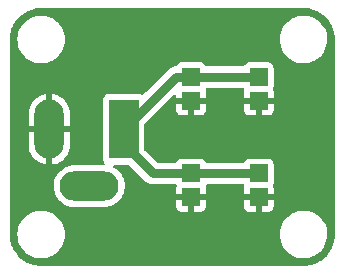
<source format=gbr>
%TF.GenerationSoftware,KiCad,Pcbnew,(6.0.8)*%
%TF.CreationDate,2023-01-19T16:22:02+02:00*%
%TF.ProjectId,dc_ph2_converter,64635f70-6832-45f6-936f-6e7665727465,rev?*%
%TF.SameCoordinates,Original*%
%TF.FileFunction,Copper,L2,Bot*%
%TF.FilePolarity,Positive*%
%FSLAX46Y46*%
G04 Gerber Fmt 4.6, Leading zero omitted, Abs format (unit mm)*
G04 Created by KiCad (PCBNEW (6.0.8)) date 2023-01-19 16:22:02*
%MOMM*%
%LPD*%
G01*
G04 APERTURE LIST*
%TA.AperFunction,ComponentPad*%
%ADD10R,1.500000X1.500000*%
%TD*%
%TA.AperFunction,ComponentPad*%
%ADD11R,2.500000X5.000000*%
%TD*%
%TA.AperFunction,ComponentPad*%
%ADD12O,2.500000X5.000000*%
%TD*%
%TA.AperFunction,ComponentPad*%
%ADD13O,5.000000X2.500000*%
%TD*%
%TA.AperFunction,Conductor*%
%ADD14C,0.800000*%
%TD*%
%TA.AperFunction,Conductor*%
%ADD15C,0.250000*%
%TD*%
G04 APERTURE END LIST*
D10*
%TO.P,J5,1,Pin_1*%
%TO.N,Net-(J1-Pad1)*%
X104775000Y-63500000D03*
%TO.P,J5,2,Pin_2*%
%TO.N,GND*%
X104775000Y-65500000D03*
%TD*%
%TO.P,J4,1,Pin_1*%
%TO.N,Net-(J1-Pad1)*%
X104775000Y-71660000D03*
%TO.P,J4,2,Pin_2*%
%TO.N,GND*%
X104775000Y-73660000D03*
%TD*%
%TO.P,J3,1,Pin_1*%
%TO.N,Net-(J1-Pad1)*%
X110490000Y-71660000D03*
%TO.P,J3,2,Pin_2*%
%TO.N,GND*%
X110490000Y-73660000D03*
%TD*%
%TO.P,J2,1,Pin_1*%
%TO.N,Net-(J1-Pad1)*%
X110490000Y-63500000D03*
%TO.P,J2,2,Pin_2*%
%TO.N,GND*%
X110490000Y-65500000D03*
%TD*%
D11*
%TO.P,J1,1*%
%TO.N,Net-(J1-Pad1)*%
X99060000Y-67930000D03*
D12*
%TO.P,J1,2*%
%TO.N,GND*%
X92760000Y-67930000D03*
D13*
%TO.P,J1,3*%
%TO.N,N/C*%
X96160000Y-72730000D03*
%TD*%
D14*
%TO.N,Net-(J1-Pad1)*%
X101600000Y-65405000D02*
X103505000Y-63500000D01*
D15*
X101585000Y-65405000D02*
X101600000Y-65405000D01*
D14*
X103505000Y-63500000D02*
X104775000Y-63500000D01*
X99060000Y-67930000D02*
X101585000Y-65405000D01*
X104775000Y-63500000D02*
X110490000Y-63500000D01*
X104775000Y-71660000D02*
X110490000Y-71660000D01*
X99060000Y-69215000D02*
X101505000Y-71660000D01*
X101505000Y-71660000D02*
X104775000Y-71660000D01*
D15*
X99060000Y-67930000D02*
X99060000Y-69215000D01*
%TD*%
%TA.AperFunction,Conductor*%
%TO.N,GND*%
G36*
X114270018Y-57660000D02*
G01*
X114284851Y-57662310D01*
X114284855Y-57662310D01*
X114293724Y-57663691D01*
X114302626Y-57662527D01*
X114302628Y-57662527D01*
X114306936Y-57661963D01*
X114311720Y-57661338D01*
X114335117Y-57660472D01*
X114591492Y-57674869D01*
X114605524Y-57676450D01*
X114745953Y-57700311D01*
X114886376Y-57724170D01*
X114900151Y-57727314D01*
X115173891Y-57806177D01*
X115187228Y-57810844D01*
X115450418Y-57919861D01*
X115463148Y-57925992D01*
X115712468Y-58063786D01*
X115724432Y-58071303D01*
X115956762Y-58236149D01*
X115967810Y-58244959D01*
X116180224Y-58434785D01*
X116190215Y-58444776D01*
X116380041Y-58657190D01*
X116388850Y-58668236D01*
X116401955Y-58686706D01*
X116553697Y-58900568D01*
X116561214Y-58912532D01*
X116699008Y-59161852D01*
X116705139Y-59174582D01*
X116814156Y-59437772D01*
X116818823Y-59451109D01*
X116897686Y-59724849D01*
X116900830Y-59738624D01*
X116948549Y-60019471D01*
X116950131Y-60033513D01*
X116964118Y-60282593D01*
X116962817Y-60309036D01*
X116962690Y-60309849D01*
X116962690Y-60309855D01*
X116961309Y-60318724D01*
X116962473Y-60327626D01*
X116962473Y-60327628D01*
X116965436Y-60350283D01*
X116966500Y-60366621D01*
X116966500Y-76785633D01*
X116965000Y-76805018D01*
X116962690Y-76819851D01*
X116962690Y-76819855D01*
X116961309Y-76828724D01*
X116963136Y-76842692D01*
X116963662Y-76846716D01*
X116964528Y-76870117D01*
X116952331Y-77087320D01*
X116950131Y-77126488D01*
X116948550Y-77140524D01*
X116946951Y-77149933D01*
X116900830Y-77421376D01*
X116897686Y-77435151D01*
X116818823Y-77708891D01*
X116814156Y-77722228D01*
X116705139Y-77985418D01*
X116699008Y-77998148D01*
X116561214Y-78247468D01*
X116553697Y-78259432D01*
X116388851Y-78491762D01*
X116380042Y-78502808D01*
X116259012Y-78638241D01*
X116190215Y-78715224D01*
X116180224Y-78725215D01*
X115967810Y-78915041D01*
X115956762Y-78923851D01*
X115724432Y-79088697D01*
X115712468Y-79096214D01*
X115463148Y-79234008D01*
X115450418Y-79240139D01*
X115187228Y-79349156D01*
X115173891Y-79353823D01*
X114900151Y-79432686D01*
X114886376Y-79435830D01*
X114745953Y-79459689D01*
X114605524Y-79483550D01*
X114591490Y-79485131D01*
X114522407Y-79489010D01*
X114342407Y-79499118D01*
X114315964Y-79497817D01*
X114315151Y-79497690D01*
X114315145Y-79497690D01*
X114306276Y-79496309D01*
X114297374Y-79497473D01*
X114297372Y-79497473D01*
X114282323Y-79499441D01*
X114274714Y-79500436D01*
X114258379Y-79501500D01*
X92124367Y-79501500D01*
X92104982Y-79500000D01*
X92090149Y-79497690D01*
X92090145Y-79497690D01*
X92081276Y-79496309D01*
X92072374Y-79497473D01*
X92072372Y-79497473D01*
X92068064Y-79498037D01*
X92063280Y-79498662D01*
X92039883Y-79499528D01*
X91783508Y-79485131D01*
X91769476Y-79483550D01*
X91629047Y-79459689D01*
X91488624Y-79435830D01*
X91474849Y-79432686D01*
X91201109Y-79353823D01*
X91187772Y-79349156D01*
X90924582Y-79240139D01*
X90911852Y-79234008D01*
X90662532Y-79096214D01*
X90650568Y-79088697D01*
X90418238Y-78923851D01*
X90407190Y-78915041D01*
X90194776Y-78725215D01*
X90184785Y-78715224D01*
X90115988Y-78638241D01*
X89994958Y-78502808D01*
X89986149Y-78491762D01*
X89821303Y-78259432D01*
X89813786Y-78247468D01*
X89675992Y-77998148D01*
X89669861Y-77985418D01*
X89560844Y-77722228D01*
X89556177Y-77708891D01*
X89477314Y-77435151D01*
X89474170Y-77421376D01*
X89428049Y-77149933D01*
X89426450Y-77140524D01*
X89424869Y-77126488D01*
X89423104Y-77095045D01*
X89411089Y-76881100D01*
X89412411Y-76857208D01*
X89412334Y-76857201D01*
X89412537Y-76854937D01*
X89412637Y-76853131D01*
X89412770Y-76852342D01*
X89413576Y-76847552D01*
X89413729Y-76835000D01*
X89410710Y-76813918D01*
X90061917Y-76813918D01*
X90062334Y-76821156D01*
X90077682Y-77087320D01*
X90130405Y-77356053D01*
X90131792Y-77360103D01*
X90131793Y-77360108D01*
X90217723Y-77611088D01*
X90219112Y-77615144D01*
X90342160Y-77859799D01*
X90344586Y-77863328D01*
X90344589Y-77863334D01*
X90428496Y-77985418D01*
X90497274Y-78085490D01*
X90681582Y-78288043D01*
X90891675Y-78463707D01*
X90895316Y-78465991D01*
X91120024Y-78606951D01*
X91120028Y-78606953D01*
X91123664Y-78609234D01*
X91191544Y-78639883D01*
X91369345Y-78720164D01*
X91369349Y-78720166D01*
X91373257Y-78721930D01*
X91377377Y-78723150D01*
X91377376Y-78723150D01*
X91631723Y-78798491D01*
X91631727Y-78798492D01*
X91635836Y-78799709D01*
X91640070Y-78800357D01*
X91640075Y-78800358D01*
X91902298Y-78840483D01*
X91902300Y-78840483D01*
X91906540Y-78841132D01*
X92045912Y-78843322D01*
X92176071Y-78845367D01*
X92176077Y-78845367D01*
X92180362Y-78845434D01*
X92452235Y-78812534D01*
X92717127Y-78743041D01*
X92721087Y-78741401D01*
X92721092Y-78741399D01*
X92843631Y-78690641D01*
X92970136Y-78638241D01*
X93206582Y-78500073D01*
X93422089Y-78331094D01*
X93463809Y-78288043D01*
X93609686Y-78137509D01*
X93612669Y-78134431D01*
X93615202Y-78130983D01*
X93615206Y-78130978D01*
X93772257Y-77917178D01*
X93774795Y-77913723D01*
X93802154Y-77863334D01*
X93903418Y-77676830D01*
X93903419Y-77676828D01*
X93905468Y-77673054D01*
X94002269Y-77416877D01*
X94063407Y-77149933D01*
X94064247Y-77140529D01*
X94087531Y-76879627D01*
X94087531Y-76879625D01*
X94087751Y-76877161D01*
X94088193Y-76835000D01*
X94086756Y-76813918D01*
X112286917Y-76813918D01*
X112287334Y-76821156D01*
X112302682Y-77087320D01*
X112355405Y-77356053D01*
X112356792Y-77360103D01*
X112356793Y-77360108D01*
X112442723Y-77611088D01*
X112444112Y-77615144D01*
X112567160Y-77859799D01*
X112569586Y-77863328D01*
X112569589Y-77863334D01*
X112653496Y-77985418D01*
X112722274Y-78085490D01*
X112906582Y-78288043D01*
X113116675Y-78463707D01*
X113120316Y-78465991D01*
X113345024Y-78606951D01*
X113345028Y-78606953D01*
X113348664Y-78609234D01*
X113416544Y-78639883D01*
X113594345Y-78720164D01*
X113594349Y-78720166D01*
X113598257Y-78721930D01*
X113602377Y-78723150D01*
X113602376Y-78723150D01*
X113856723Y-78798491D01*
X113856727Y-78798492D01*
X113860836Y-78799709D01*
X113865070Y-78800357D01*
X113865075Y-78800358D01*
X114127298Y-78840483D01*
X114127300Y-78840483D01*
X114131540Y-78841132D01*
X114270912Y-78843322D01*
X114401071Y-78845367D01*
X114401077Y-78845367D01*
X114405362Y-78845434D01*
X114677235Y-78812534D01*
X114942127Y-78743041D01*
X114946087Y-78741401D01*
X114946092Y-78741399D01*
X115068631Y-78690641D01*
X115195136Y-78638241D01*
X115431582Y-78500073D01*
X115647089Y-78331094D01*
X115688809Y-78288043D01*
X115834686Y-78137509D01*
X115837669Y-78134431D01*
X115840202Y-78130983D01*
X115840206Y-78130978D01*
X115997257Y-77917178D01*
X115999795Y-77913723D01*
X116027154Y-77863334D01*
X116128418Y-77676830D01*
X116128419Y-77676828D01*
X116130468Y-77673054D01*
X116227269Y-77416877D01*
X116288407Y-77149933D01*
X116289247Y-77140529D01*
X116312531Y-76879627D01*
X116312531Y-76879625D01*
X116312751Y-76877161D01*
X116313193Y-76835000D01*
X116311756Y-76813918D01*
X116294859Y-76566055D01*
X116294858Y-76566049D01*
X116294567Y-76561778D01*
X116239032Y-76293612D01*
X116147617Y-76035465D01*
X116022013Y-75792112D01*
X116012040Y-75777921D01*
X115867008Y-75571562D01*
X115864545Y-75568057D01*
X115678125Y-75367445D01*
X115674810Y-75364731D01*
X115674806Y-75364728D01*
X115469523Y-75196706D01*
X115466205Y-75193990D01*
X115232704Y-75050901D01*
X115228768Y-75049173D01*
X114985873Y-74942549D01*
X114985869Y-74942548D01*
X114981945Y-74940825D01*
X114718566Y-74865800D01*
X114714324Y-74865196D01*
X114714318Y-74865195D01*
X114513834Y-74836662D01*
X114447443Y-74827213D01*
X114303589Y-74826460D01*
X114177877Y-74825802D01*
X114177871Y-74825802D01*
X114173591Y-74825780D01*
X114169347Y-74826339D01*
X114169343Y-74826339D01*
X114050302Y-74842011D01*
X113902078Y-74861525D01*
X113897938Y-74862658D01*
X113897936Y-74862658D01*
X113825008Y-74882609D01*
X113637928Y-74933788D01*
X113633980Y-74935472D01*
X113389982Y-75039546D01*
X113389978Y-75039548D01*
X113386030Y-75041232D01*
X113366125Y-75053145D01*
X113154725Y-75179664D01*
X113154721Y-75179667D01*
X113151043Y-75181868D01*
X112937318Y-75353094D01*
X112748808Y-75551742D01*
X112589002Y-75774136D01*
X112460857Y-76016161D01*
X112459385Y-76020184D01*
X112459383Y-76020188D01*
X112452314Y-76039506D01*
X112366743Y-76273337D01*
X112308404Y-76540907D01*
X112308068Y-76545177D01*
X112288376Y-76795386D01*
X112286917Y-76813918D01*
X94086756Y-76813918D01*
X94069859Y-76566055D01*
X94069858Y-76566049D01*
X94069567Y-76561778D01*
X94014032Y-76293612D01*
X93922617Y-76035465D01*
X93797013Y-75792112D01*
X93787040Y-75777921D01*
X93642008Y-75571562D01*
X93639545Y-75568057D01*
X93453125Y-75367445D01*
X93449810Y-75364731D01*
X93449806Y-75364728D01*
X93244523Y-75196706D01*
X93241205Y-75193990D01*
X93007704Y-75050901D01*
X93003768Y-75049173D01*
X92760873Y-74942549D01*
X92760869Y-74942548D01*
X92756945Y-74940825D01*
X92493566Y-74865800D01*
X92489324Y-74865196D01*
X92489318Y-74865195D01*
X92288834Y-74836662D01*
X92222443Y-74827213D01*
X92078589Y-74826460D01*
X91952877Y-74825802D01*
X91952871Y-74825802D01*
X91948591Y-74825780D01*
X91944347Y-74826339D01*
X91944343Y-74826339D01*
X91825302Y-74842011D01*
X91677078Y-74861525D01*
X91672938Y-74862658D01*
X91672936Y-74862658D01*
X91600008Y-74882609D01*
X91412928Y-74933788D01*
X91408980Y-74935472D01*
X91164982Y-75039546D01*
X91164978Y-75039548D01*
X91161030Y-75041232D01*
X91141125Y-75053145D01*
X90929725Y-75179664D01*
X90929721Y-75179667D01*
X90926043Y-75181868D01*
X90712318Y-75353094D01*
X90523808Y-75551742D01*
X90364002Y-75774136D01*
X90235857Y-76016161D01*
X90234385Y-76020184D01*
X90234383Y-76020188D01*
X90227314Y-76039506D01*
X90141743Y-76273337D01*
X90083404Y-76540907D01*
X90083068Y-76545177D01*
X90063376Y-76795386D01*
X90061917Y-76813918D01*
X89410710Y-76813918D01*
X89409773Y-76807376D01*
X89408500Y-76789514D01*
X89408500Y-72837655D01*
X93149858Y-72837655D01*
X93185104Y-73096638D01*
X93186412Y-73101124D01*
X93186412Y-73101126D01*
X93206098Y-73168664D01*
X93258243Y-73347567D01*
X93367668Y-73584928D01*
X93370231Y-73588837D01*
X93508410Y-73799596D01*
X93508414Y-73799601D01*
X93510976Y-73803509D01*
X93685018Y-73998506D01*
X93885970Y-74165637D01*
X93889973Y-74168066D01*
X94105422Y-74298804D01*
X94105426Y-74298806D01*
X94109419Y-74301229D01*
X94350455Y-74402303D01*
X94603783Y-74466641D01*
X94608434Y-74467109D01*
X94608438Y-74467110D01*
X94801308Y-74486531D01*
X94820867Y-74488500D01*
X97476354Y-74488500D01*
X97478679Y-74488327D01*
X97478685Y-74488327D01*
X97666000Y-74474407D01*
X97666004Y-74474406D01*
X97670652Y-74474061D01*
X97675200Y-74473032D01*
X97675206Y-74473031D01*
X97756352Y-74454669D01*
X103517001Y-74454669D01*
X103517371Y-74461490D01*
X103522895Y-74512352D01*
X103526521Y-74527604D01*
X103571676Y-74648054D01*
X103580214Y-74663649D01*
X103656715Y-74765724D01*
X103669276Y-74778285D01*
X103771351Y-74854786D01*
X103786946Y-74863324D01*
X103907394Y-74908478D01*
X103922649Y-74912105D01*
X103973514Y-74917631D01*
X103980328Y-74918000D01*
X104502885Y-74918000D01*
X104518124Y-74913525D01*
X104519329Y-74912135D01*
X104521000Y-74904452D01*
X104521000Y-74899884D01*
X105029000Y-74899884D01*
X105033475Y-74915123D01*
X105034865Y-74916328D01*
X105042548Y-74917999D01*
X105569669Y-74917999D01*
X105576490Y-74917629D01*
X105627352Y-74912105D01*
X105642604Y-74908479D01*
X105763054Y-74863324D01*
X105778649Y-74854786D01*
X105880724Y-74778285D01*
X105893285Y-74765724D01*
X105969786Y-74663649D01*
X105978324Y-74648054D01*
X106023478Y-74527606D01*
X106027105Y-74512351D01*
X106032631Y-74461486D01*
X106033000Y-74454672D01*
X106033000Y-74454669D01*
X109232001Y-74454669D01*
X109232371Y-74461490D01*
X109237895Y-74512352D01*
X109241521Y-74527604D01*
X109286676Y-74648054D01*
X109295214Y-74663649D01*
X109371715Y-74765724D01*
X109384276Y-74778285D01*
X109486351Y-74854786D01*
X109501946Y-74863324D01*
X109622394Y-74908478D01*
X109637649Y-74912105D01*
X109688514Y-74917631D01*
X109695328Y-74918000D01*
X110217885Y-74918000D01*
X110233124Y-74913525D01*
X110234329Y-74912135D01*
X110236000Y-74904452D01*
X110236000Y-74899884D01*
X110744000Y-74899884D01*
X110748475Y-74915123D01*
X110749865Y-74916328D01*
X110757548Y-74917999D01*
X111284669Y-74917999D01*
X111291490Y-74917629D01*
X111342352Y-74912105D01*
X111357604Y-74908479D01*
X111478054Y-74863324D01*
X111493649Y-74854786D01*
X111595724Y-74778285D01*
X111608285Y-74765724D01*
X111684786Y-74663649D01*
X111693324Y-74648054D01*
X111738478Y-74527606D01*
X111742105Y-74512351D01*
X111747631Y-74461486D01*
X111748000Y-74454672D01*
X111748000Y-73932115D01*
X111743525Y-73916876D01*
X111742135Y-73915671D01*
X111734452Y-73914000D01*
X110762115Y-73914000D01*
X110746876Y-73918475D01*
X110745671Y-73919865D01*
X110744000Y-73927548D01*
X110744000Y-74899884D01*
X110236000Y-74899884D01*
X110236000Y-73932115D01*
X110231525Y-73916876D01*
X110230135Y-73915671D01*
X110222452Y-73914000D01*
X109250116Y-73914000D01*
X109234877Y-73918475D01*
X109233672Y-73919865D01*
X109232001Y-73927548D01*
X109232001Y-74454669D01*
X106033000Y-74454669D01*
X106033000Y-73932115D01*
X106028525Y-73916876D01*
X106027135Y-73915671D01*
X106019452Y-73914000D01*
X105047115Y-73914000D01*
X105031876Y-73918475D01*
X105030671Y-73919865D01*
X105029000Y-73927548D01*
X105029000Y-74899884D01*
X104521000Y-74899884D01*
X104521000Y-73932115D01*
X104516525Y-73916876D01*
X104515135Y-73915671D01*
X104507452Y-73914000D01*
X103535116Y-73914000D01*
X103519877Y-73918475D01*
X103518672Y-73919865D01*
X103517001Y-73927548D01*
X103517001Y-74454669D01*
X97756352Y-74454669D01*
X97861601Y-74430853D01*
X97925577Y-74416377D01*
X97961769Y-74402303D01*
X98164824Y-74323340D01*
X98164827Y-74323339D01*
X98169177Y-74321647D01*
X98396098Y-74191951D01*
X98601357Y-74030138D01*
X98780443Y-73839763D01*
X98929424Y-73625009D01*
X99038251Y-73404329D01*
X99042960Y-73394781D01*
X99042961Y-73394778D01*
X99045025Y-73390593D01*
X99124707Y-73141665D01*
X99166721Y-72883693D01*
X99169061Y-72704941D01*
X99170081Y-72627022D01*
X99170081Y-72627019D01*
X99170142Y-72622345D01*
X99134896Y-72363362D01*
X99120473Y-72313877D01*
X99063068Y-72116932D01*
X99061757Y-72112433D01*
X98952332Y-71875072D01*
X98919519Y-71825024D01*
X98811590Y-71660404D01*
X98811586Y-71660399D01*
X98809024Y-71656491D01*
X98634982Y-71461494D01*
X98434030Y-71294363D01*
X98232743Y-71172219D01*
X98184882Y-71119780D01*
X98172970Y-71049790D01*
X98200788Y-70984470D01*
X98259505Y-70944559D01*
X98298108Y-70938500D01*
X99446497Y-70938500D01*
X99514618Y-70958502D01*
X99535592Y-70975405D01*
X100805019Y-72244832D01*
X100817860Y-72259865D01*
X100826134Y-72271253D01*
X100831043Y-72275673D01*
X100876959Y-72317016D01*
X100881744Y-72321557D01*
X100896259Y-72336072D01*
X100898823Y-72338148D01*
X100912216Y-72348994D01*
X100917231Y-72353278D01*
X100963145Y-72394619D01*
X100963150Y-72394623D01*
X100968056Y-72399040D01*
X100973772Y-72402340D01*
X100973776Y-72402343D01*
X100980237Y-72406073D01*
X100996533Y-72417273D01*
X101007470Y-72426129D01*
X101063577Y-72454717D01*
X101068421Y-72457185D01*
X101074215Y-72460331D01*
X101133444Y-72494527D01*
X101139726Y-72496568D01*
X101139728Y-72496569D01*
X101146826Y-72498875D01*
X101165092Y-72506440D01*
X101177630Y-72512829D01*
X101184006Y-72514538D01*
X101184010Y-72514539D01*
X101243685Y-72530529D01*
X101250010Y-72532402D01*
X101315072Y-72553542D01*
X101321640Y-72554232D01*
X101321644Y-72554233D01*
X101329061Y-72555012D01*
X101348508Y-72558616D01*
X101362096Y-72562257D01*
X101368695Y-72562603D01*
X101368696Y-72562603D01*
X101430385Y-72565836D01*
X101436960Y-72566353D01*
X101451222Y-72567852D01*
X101457390Y-72568500D01*
X101477925Y-72568500D01*
X101484519Y-72568673D01*
X101546217Y-72571907D01*
X101546222Y-72571907D01*
X101552809Y-72572252D01*
X101566707Y-72570051D01*
X101586416Y-72568500D01*
X103428658Y-72568500D01*
X103496779Y-72588502D01*
X103543272Y-72642158D01*
X103553376Y-72712432D01*
X103546640Y-72738730D01*
X103526522Y-72792395D01*
X103522895Y-72807649D01*
X103517369Y-72858514D01*
X103517000Y-72865328D01*
X103517000Y-73387885D01*
X103521475Y-73403124D01*
X103522865Y-73404329D01*
X103530548Y-73406000D01*
X106014884Y-73406000D01*
X106030123Y-73401525D01*
X106031328Y-73400135D01*
X106032999Y-73392452D01*
X106032999Y-72865331D01*
X106032629Y-72858510D01*
X106027105Y-72807648D01*
X106023479Y-72792397D01*
X106003360Y-72738730D01*
X105998177Y-72667923D01*
X106032097Y-72605554D01*
X106094352Y-72571425D01*
X106121342Y-72568500D01*
X109143658Y-72568500D01*
X109211779Y-72588502D01*
X109258272Y-72642158D01*
X109268376Y-72712432D01*
X109261640Y-72738730D01*
X109241522Y-72792395D01*
X109237895Y-72807649D01*
X109232369Y-72858514D01*
X109232000Y-72865328D01*
X109232000Y-73387885D01*
X109236475Y-73403124D01*
X109237865Y-73404329D01*
X109245548Y-73406000D01*
X111729884Y-73406000D01*
X111745123Y-73401525D01*
X111746328Y-73400135D01*
X111747999Y-73392452D01*
X111747999Y-72865331D01*
X111747629Y-72858510D01*
X111742105Y-72807648D01*
X111738478Y-72792394D01*
X111705694Y-72704941D01*
X111700511Y-72634134D01*
X111705694Y-72616483D01*
X111738971Y-72527718D01*
X111738973Y-72527712D01*
X111741745Y-72520316D01*
X111748500Y-72458134D01*
X111748500Y-70861866D01*
X111741745Y-70799684D01*
X111690615Y-70663295D01*
X111603261Y-70546739D01*
X111486705Y-70459385D01*
X111350316Y-70408255D01*
X111288134Y-70401500D01*
X109691866Y-70401500D01*
X109629684Y-70408255D01*
X109493295Y-70459385D01*
X109376739Y-70546739D01*
X109289385Y-70663295D01*
X109286233Y-70671703D01*
X109281923Y-70679575D01*
X109280259Y-70678664D01*
X109244337Y-70726490D01*
X109177776Y-70751193D01*
X109168991Y-70751500D01*
X106096009Y-70751500D01*
X106027888Y-70731498D01*
X105981395Y-70677842D01*
X105979097Y-70672306D01*
X105978767Y-70671703D01*
X105975615Y-70663295D01*
X105888261Y-70546739D01*
X105771705Y-70459385D01*
X105635316Y-70408255D01*
X105573134Y-70401500D01*
X103976866Y-70401500D01*
X103914684Y-70408255D01*
X103778295Y-70459385D01*
X103661739Y-70546739D01*
X103574385Y-70663295D01*
X103571233Y-70671703D01*
X103566923Y-70679575D01*
X103565259Y-70678664D01*
X103529337Y-70726490D01*
X103462776Y-70751193D01*
X103453991Y-70751500D01*
X101933503Y-70751500D01*
X101865382Y-70731498D01*
X101844408Y-70714595D01*
X100855405Y-69725592D01*
X100821379Y-69663280D01*
X100818500Y-69636497D01*
X100818500Y-67508503D01*
X100838502Y-67440382D01*
X100855405Y-67419408D01*
X101980144Y-66294669D01*
X103517001Y-66294669D01*
X103517371Y-66301490D01*
X103522895Y-66352352D01*
X103526521Y-66367604D01*
X103571676Y-66488054D01*
X103580214Y-66503649D01*
X103656715Y-66605724D01*
X103669276Y-66618285D01*
X103771351Y-66694786D01*
X103786946Y-66703324D01*
X103907394Y-66748478D01*
X103922649Y-66752105D01*
X103973514Y-66757631D01*
X103980328Y-66758000D01*
X104502885Y-66758000D01*
X104518124Y-66753525D01*
X104519329Y-66752135D01*
X104521000Y-66744452D01*
X104521000Y-66739884D01*
X105029000Y-66739884D01*
X105033475Y-66755123D01*
X105034865Y-66756328D01*
X105042548Y-66757999D01*
X105569669Y-66757999D01*
X105576490Y-66757629D01*
X105627352Y-66752105D01*
X105642604Y-66748479D01*
X105763054Y-66703324D01*
X105778649Y-66694786D01*
X105880724Y-66618285D01*
X105893285Y-66605724D01*
X105969786Y-66503649D01*
X105978324Y-66488054D01*
X106023478Y-66367606D01*
X106027105Y-66352351D01*
X106032631Y-66301486D01*
X106033000Y-66294672D01*
X106033000Y-66294669D01*
X109232001Y-66294669D01*
X109232371Y-66301490D01*
X109237895Y-66352352D01*
X109241521Y-66367604D01*
X109286676Y-66488054D01*
X109295214Y-66503649D01*
X109371715Y-66605724D01*
X109384276Y-66618285D01*
X109486351Y-66694786D01*
X109501946Y-66703324D01*
X109622394Y-66748478D01*
X109637649Y-66752105D01*
X109688514Y-66757631D01*
X109695328Y-66758000D01*
X110217885Y-66758000D01*
X110233124Y-66753525D01*
X110234329Y-66752135D01*
X110236000Y-66744452D01*
X110236000Y-66739884D01*
X110744000Y-66739884D01*
X110748475Y-66755123D01*
X110749865Y-66756328D01*
X110757548Y-66757999D01*
X111284669Y-66757999D01*
X111291490Y-66757629D01*
X111342352Y-66752105D01*
X111357604Y-66748479D01*
X111478054Y-66703324D01*
X111493649Y-66694786D01*
X111595724Y-66618285D01*
X111608285Y-66605724D01*
X111684786Y-66503649D01*
X111693324Y-66488054D01*
X111738478Y-66367606D01*
X111742105Y-66352351D01*
X111747631Y-66301486D01*
X111748000Y-66294672D01*
X111748000Y-65772115D01*
X111743525Y-65756876D01*
X111742135Y-65755671D01*
X111734452Y-65754000D01*
X110762115Y-65754000D01*
X110746876Y-65758475D01*
X110745671Y-65759865D01*
X110744000Y-65767548D01*
X110744000Y-66739884D01*
X110236000Y-66739884D01*
X110236000Y-65772115D01*
X110231525Y-65756876D01*
X110230135Y-65755671D01*
X110222452Y-65754000D01*
X109250116Y-65754000D01*
X109234877Y-65758475D01*
X109233672Y-65759865D01*
X109232001Y-65767548D01*
X109232001Y-66294669D01*
X106033000Y-66294669D01*
X106033000Y-65772115D01*
X106028525Y-65756876D01*
X106027135Y-65755671D01*
X106019452Y-65754000D01*
X105047115Y-65754000D01*
X105031876Y-65758475D01*
X105030671Y-65759865D01*
X105029000Y-65767548D01*
X105029000Y-66739884D01*
X104521000Y-66739884D01*
X104521000Y-65772115D01*
X104516525Y-65756876D01*
X104515135Y-65755671D01*
X104507452Y-65754000D01*
X103535116Y-65754000D01*
X103519877Y-65758475D01*
X103518672Y-65759865D01*
X103517001Y-65767548D01*
X103517001Y-66294669D01*
X101980144Y-66294669D01*
X102125213Y-66149600D01*
X102135014Y-66140775D01*
X102206166Y-66083157D01*
X102208741Y-66081072D01*
X103301905Y-64987908D01*
X103364217Y-64953882D01*
X103435032Y-64958947D01*
X103491868Y-65001494D01*
X103516679Y-65068014D01*
X103517000Y-65077003D01*
X103517000Y-65227885D01*
X103521475Y-65243124D01*
X103522865Y-65244329D01*
X103530548Y-65246000D01*
X106014884Y-65246000D01*
X106030123Y-65241525D01*
X106031328Y-65240135D01*
X106032999Y-65232452D01*
X106032999Y-64705331D01*
X106032629Y-64698510D01*
X106027105Y-64647648D01*
X106023479Y-64632397D01*
X106003360Y-64578730D01*
X105998177Y-64507923D01*
X106032097Y-64445554D01*
X106094352Y-64411425D01*
X106121342Y-64408500D01*
X109143658Y-64408500D01*
X109211779Y-64428502D01*
X109258272Y-64482158D01*
X109268376Y-64552432D01*
X109261640Y-64578730D01*
X109241522Y-64632395D01*
X109237895Y-64647649D01*
X109232369Y-64698514D01*
X109232000Y-64705328D01*
X109232000Y-65227885D01*
X109236475Y-65243124D01*
X109237865Y-65244329D01*
X109245548Y-65246000D01*
X111729884Y-65246000D01*
X111745123Y-65241525D01*
X111746328Y-65240135D01*
X111747999Y-65232452D01*
X111747999Y-64705331D01*
X111747629Y-64698510D01*
X111742105Y-64647648D01*
X111738478Y-64632394D01*
X111705694Y-64544941D01*
X111700511Y-64474134D01*
X111705694Y-64456483D01*
X111738971Y-64367718D01*
X111738973Y-64367712D01*
X111741745Y-64360316D01*
X111748500Y-64298134D01*
X111748500Y-62701866D01*
X111741745Y-62639684D01*
X111690615Y-62503295D01*
X111603261Y-62386739D01*
X111486705Y-62299385D01*
X111350316Y-62248255D01*
X111288134Y-62241500D01*
X109691866Y-62241500D01*
X109629684Y-62248255D01*
X109493295Y-62299385D01*
X109376739Y-62386739D01*
X109289385Y-62503295D01*
X109286233Y-62511703D01*
X109281923Y-62519575D01*
X109280259Y-62518664D01*
X109244337Y-62566490D01*
X109177776Y-62591193D01*
X109168991Y-62591500D01*
X106096009Y-62591500D01*
X106027888Y-62571498D01*
X105981395Y-62517842D01*
X105979097Y-62512306D01*
X105978767Y-62511703D01*
X105975615Y-62503295D01*
X105888261Y-62386739D01*
X105771705Y-62299385D01*
X105635316Y-62248255D01*
X105573134Y-62241500D01*
X103976866Y-62241500D01*
X103914684Y-62248255D01*
X103778295Y-62299385D01*
X103661739Y-62386739D01*
X103656358Y-62393919D01*
X103579767Y-62496113D01*
X103579765Y-62496116D01*
X103574385Y-62503295D01*
X103571235Y-62511698D01*
X103566923Y-62519574D01*
X103565309Y-62518690D01*
X103529267Y-62566674D01*
X103460538Y-62591500D01*
X103457390Y-62591500D01*
X103449256Y-62592355D01*
X103436958Y-62593647D01*
X103430384Y-62594164D01*
X103368696Y-62597397D01*
X103368694Y-62597397D01*
X103362097Y-62597743D01*
X103348504Y-62601385D01*
X103329075Y-62604986D01*
X103315072Y-62606458D01*
X103250025Y-62627593D01*
X103243712Y-62629463D01*
X103233181Y-62632285D01*
X103184003Y-62645462D01*
X103184000Y-62645463D01*
X103177630Y-62647170D01*
X103165085Y-62653562D01*
X103146826Y-62661125D01*
X103133444Y-62665473D01*
X103127723Y-62668776D01*
X103074223Y-62699664D01*
X103068426Y-62702812D01*
X103013351Y-62730874D01*
X103013348Y-62730876D01*
X103007470Y-62733871D01*
X103002342Y-62738024D01*
X103002340Y-62738025D01*
X102996534Y-62742727D01*
X102980237Y-62753927D01*
X102973776Y-62757657D01*
X102973772Y-62757660D01*
X102968056Y-62760960D01*
X102963150Y-62765377D01*
X102963145Y-62765381D01*
X102917231Y-62806722D01*
X102912216Y-62811006D01*
X102903718Y-62817888D01*
X102896259Y-62823928D01*
X102881744Y-62838443D01*
X102876959Y-62842984D01*
X102826134Y-62888747D01*
X102822255Y-62894086D01*
X102822254Y-62894087D01*
X102817860Y-62900135D01*
X102805019Y-62915168D01*
X101059787Y-64660400D01*
X101049986Y-64669225D01*
X100976259Y-64728928D01*
X100730607Y-64974580D01*
X100668295Y-65008606D01*
X100597480Y-65003541D01*
X100565950Y-64986314D01*
X100563892Y-64984771D01*
X100556705Y-64979385D01*
X100420316Y-64928255D01*
X100358134Y-64921500D01*
X97761866Y-64921500D01*
X97699684Y-64928255D01*
X97563295Y-64979385D01*
X97446739Y-65066739D01*
X97359385Y-65183295D01*
X97308255Y-65319684D01*
X97301500Y-65381866D01*
X97301500Y-70478134D01*
X97308255Y-70540316D01*
X97359385Y-70676705D01*
X97364771Y-70683891D01*
X97429257Y-70769935D01*
X97454105Y-70836441D01*
X97439052Y-70905824D01*
X97388878Y-70956054D01*
X97328431Y-70971500D01*
X94843646Y-70971500D01*
X94841321Y-70971673D01*
X94841315Y-70971673D01*
X94654000Y-70985593D01*
X94653996Y-70985594D01*
X94649348Y-70985939D01*
X94644800Y-70986968D01*
X94644794Y-70986969D01*
X94458399Y-71029147D01*
X94394423Y-71043623D01*
X94390071Y-71045315D01*
X94390069Y-71045316D01*
X94155176Y-71136660D01*
X94155173Y-71136661D01*
X94150823Y-71138353D01*
X93923902Y-71268049D01*
X93718643Y-71429862D01*
X93539557Y-71620237D01*
X93390576Y-71834991D01*
X93274975Y-72069407D01*
X93195293Y-72318335D01*
X93153279Y-72576307D01*
X93149858Y-72837655D01*
X89408500Y-72837655D01*
X89408500Y-69243998D01*
X91002000Y-69243998D01*
X91002173Y-69248673D01*
X91016088Y-69435926D01*
X91017464Y-69445132D01*
X91073071Y-69690874D01*
X91075795Y-69699785D01*
X91167112Y-69934608D01*
X91171123Y-69943017D01*
X91296146Y-70161760D01*
X91301357Y-70169486D01*
X91457341Y-70367350D01*
X91463634Y-70374218D01*
X91647144Y-70546848D01*
X91654398Y-70552722D01*
X91861403Y-70696327D01*
X91869438Y-70701060D01*
X92095407Y-70812495D01*
X92104040Y-70815983D01*
X92343994Y-70892793D01*
X92353076Y-70894973D01*
X92488120Y-70916967D01*
X92501714Y-70915271D01*
X92505865Y-70901606D01*
X93014000Y-70901606D01*
X93018018Y-70915290D01*
X93031710Y-70917311D01*
X93121904Y-70905036D01*
X93131022Y-70903098D01*
X93372902Y-70832596D01*
X93381633Y-70829333D01*
X93610442Y-70723849D01*
X93618594Y-70719330D01*
X93829291Y-70581192D01*
X93836696Y-70575509D01*
X94024654Y-70407751D01*
X94031139Y-70401035D01*
X94192239Y-70207334D01*
X94197654Y-70199742D01*
X94328354Y-69984354D01*
X94332592Y-69976037D01*
X94430019Y-69743701D01*
X94432980Y-69734851D01*
X94494994Y-69490669D01*
X94496616Y-69481472D01*
X94517684Y-69272247D01*
X94518000Y-69265955D01*
X94518000Y-68202115D01*
X94513525Y-68186876D01*
X94512135Y-68185671D01*
X94504452Y-68184000D01*
X93032115Y-68184000D01*
X93016876Y-68188475D01*
X93015671Y-68189865D01*
X93014000Y-68197548D01*
X93014000Y-70901606D01*
X92505865Y-70901606D01*
X92506000Y-70901161D01*
X92506000Y-68202115D01*
X92501525Y-68186876D01*
X92500135Y-68185671D01*
X92492452Y-68184000D01*
X91020115Y-68184000D01*
X91004876Y-68188475D01*
X91003671Y-68189865D01*
X91002000Y-68197548D01*
X91002000Y-69243998D01*
X89408500Y-69243998D01*
X89408500Y-67657885D01*
X91002000Y-67657885D01*
X91006475Y-67673124D01*
X91007865Y-67674329D01*
X91015548Y-67676000D01*
X92487885Y-67676000D01*
X92503124Y-67671525D01*
X92504329Y-67670135D01*
X92506000Y-67662452D01*
X92506000Y-67657885D01*
X93014000Y-67657885D01*
X93018475Y-67673124D01*
X93019865Y-67674329D01*
X93027548Y-67676000D01*
X94499885Y-67676000D01*
X94515124Y-67671525D01*
X94516329Y-67670135D01*
X94518000Y-67662452D01*
X94518000Y-66616002D01*
X94517827Y-66611327D01*
X94503912Y-66424074D01*
X94502536Y-66414868D01*
X94446929Y-66169126D01*
X94444205Y-66160215D01*
X94352888Y-65925392D01*
X94348877Y-65916983D01*
X94223854Y-65698240D01*
X94218643Y-65690514D01*
X94062659Y-65492650D01*
X94056366Y-65485782D01*
X93872856Y-65313152D01*
X93865602Y-65307278D01*
X93658597Y-65163673D01*
X93650562Y-65158940D01*
X93424593Y-65047505D01*
X93415960Y-65044017D01*
X93176006Y-64967207D01*
X93166924Y-64965027D01*
X93031880Y-64943033D01*
X93018286Y-64944729D01*
X93014000Y-64958839D01*
X93014000Y-67657885D01*
X92506000Y-67657885D01*
X92506000Y-64958394D01*
X92501982Y-64944710D01*
X92488290Y-64942689D01*
X92398096Y-64954964D01*
X92388978Y-64956902D01*
X92147098Y-65027404D01*
X92138367Y-65030667D01*
X91909558Y-65136151D01*
X91901406Y-65140670D01*
X91690709Y-65278808D01*
X91683304Y-65284491D01*
X91495346Y-65452249D01*
X91488861Y-65458965D01*
X91327761Y-65652666D01*
X91322346Y-65660258D01*
X91191646Y-65875646D01*
X91187408Y-65883963D01*
X91089981Y-66116299D01*
X91087020Y-66125149D01*
X91025006Y-66369331D01*
X91023384Y-66378528D01*
X91002316Y-66587753D01*
X91002000Y-66594045D01*
X91002000Y-67657885D01*
X89408500Y-67657885D01*
X89408500Y-60378250D01*
X89410246Y-60357345D01*
X89412770Y-60342344D01*
X89412770Y-60342341D01*
X89413576Y-60337552D01*
X89413729Y-60325000D01*
X89413040Y-60320190D01*
X89413039Y-60320172D01*
X89411751Y-60311181D01*
X89411438Y-60303918D01*
X90061917Y-60303918D01*
X90062334Y-60311156D01*
X90077682Y-60577320D01*
X90130405Y-60846053D01*
X90131792Y-60850103D01*
X90131793Y-60850108D01*
X90152605Y-60910895D01*
X90219112Y-61105144D01*
X90342160Y-61349799D01*
X90344586Y-61353328D01*
X90344589Y-61353334D01*
X90494843Y-61571953D01*
X90497274Y-61575490D01*
X90681582Y-61778043D01*
X90891675Y-61953707D01*
X90895316Y-61955991D01*
X91120024Y-62096951D01*
X91120028Y-62096953D01*
X91123664Y-62099234D01*
X91191544Y-62129883D01*
X91369345Y-62210164D01*
X91369349Y-62210166D01*
X91373257Y-62211930D01*
X91377377Y-62213150D01*
X91377376Y-62213150D01*
X91631723Y-62288491D01*
X91631727Y-62288492D01*
X91635836Y-62289709D01*
X91640070Y-62290357D01*
X91640075Y-62290358D01*
X91902298Y-62330483D01*
X91902300Y-62330483D01*
X91906540Y-62331132D01*
X92045912Y-62333322D01*
X92176071Y-62335367D01*
X92176077Y-62335367D01*
X92180362Y-62335434D01*
X92452235Y-62302534D01*
X92717127Y-62233041D01*
X92721087Y-62231401D01*
X92721092Y-62231399D01*
X92843631Y-62180641D01*
X92970136Y-62128241D01*
X93206582Y-61990073D01*
X93422089Y-61821094D01*
X93463809Y-61778043D01*
X93609686Y-61627509D01*
X93612669Y-61624431D01*
X93615202Y-61620983D01*
X93615206Y-61620978D01*
X93772257Y-61407178D01*
X93774795Y-61403723D01*
X93802154Y-61353334D01*
X93903418Y-61166830D01*
X93903419Y-61166828D01*
X93905468Y-61163054D01*
X94002269Y-60906877D01*
X94063407Y-60639933D01*
X94070259Y-60563166D01*
X94087531Y-60369627D01*
X94087531Y-60369625D01*
X94087751Y-60367161D01*
X94088193Y-60325000D01*
X94086756Y-60303918D01*
X112286917Y-60303918D01*
X112287334Y-60311156D01*
X112302682Y-60577320D01*
X112355405Y-60846053D01*
X112356792Y-60850103D01*
X112356793Y-60850108D01*
X112377605Y-60910895D01*
X112444112Y-61105144D01*
X112567160Y-61349799D01*
X112569586Y-61353328D01*
X112569589Y-61353334D01*
X112719843Y-61571953D01*
X112722274Y-61575490D01*
X112906582Y-61778043D01*
X113116675Y-61953707D01*
X113120316Y-61955991D01*
X113345024Y-62096951D01*
X113345028Y-62096953D01*
X113348664Y-62099234D01*
X113416544Y-62129883D01*
X113594345Y-62210164D01*
X113594349Y-62210166D01*
X113598257Y-62211930D01*
X113602377Y-62213150D01*
X113602376Y-62213150D01*
X113856723Y-62288491D01*
X113856727Y-62288492D01*
X113860836Y-62289709D01*
X113865070Y-62290357D01*
X113865075Y-62290358D01*
X114127298Y-62330483D01*
X114127300Y-62330483D01*
X114131540Y-62331132D01*
X114270912Y-62333322D01*
X114401071Y-62335367D01*
X114401077Y-62335367D01*
X114405362Y-62335434D01*
X114677235Y-62302534D01*
X114942127Y-62233041D01*
X114946087Y-62231401D01*
X114946092Y-62231399D01*
X115068631Y-62180641D01*
X115195136Y-62128241D01*
X115431582Y-61990073D01*
X115647089Y-61821094D01*
X115688809Y-61778043D01*
X115834686Y-61627509D01*
X115837669Y-61624431D01*
X115840202Y-61620983D01*
X115840206Y-61620978D01*
X115997257Y-61407178D01*
X115999795Y-61403723D01*
X116027154Y-61353334D01*
X116128418Y-61166830D01*
X116128419Y-61166828D01*
X116130468Y-61163054D01*
X116227269Y-60906877D01*
X116288407Y-60639933D01*
X116295259Y-60563166D01*
X116312531Y-60369627D01*
X116312531Y-60369625D01*
X116312751Y-60367161D01*
X116313193Y-60325000D01*
X116311756Y-60303918D01*
X116294859Y-60056055D01*
X116294858Y-60056049D01*
X116294567Y-60051778D01*
X116290785Y-60033513D01*
X116239901Y-59787809D01*
X116239032Y-59783612D01*
X116147617Y-59525465D01*
X116022013Y-59282112D01*
X116012040Y-59267921D01*
X115867008Y-59061562D01*
X115864545Y-59058057D01*
X115794466Y-58982643D01*
X115681046Y-58860588D01*
X115681043Y-58860585D01*
X115678125Y-58857445D01*
X115674810Y-58854731D01*
X115674806Y-58854728D01*
X115469523Y-58686706D01*
X115466205Y-58683990D01*
X115232704Y-58540901D01*
X115228768Y-58539173D01*
X114985873Y-58432549D01*
X114985869Y-58432548D01*
X114981945Y-58430825D01*
X114718566Y-58355800D01*
X114714324Y-58355196D01*
X114714318Y-58355195D01*
X114513834Y-58326662D01*
X114447443Y-58317213D01*
X114303589Y-58316460D01*
X114177877Y-58315802D01*
X114177871Y-58315802D01*
X114173591Y-58315780D01*
X114169347Y-58316339D01*
X114169343Y-58316339D01*
X114050302Y-58332011D01*
X113902078Y-58351525D01*
X113897938Y-58352658D01*
X113897936Y-58352658D01*
X113825008Y-58372609D01*
X113637928Y-58423788D01*
X113633980Y-58425472D01*
X113389982Y-58529546D01*
X113389978Y-58529548D01*
X113386030Y-58531232D01*
X113366125Y-58543145D01*
X113154725Y-58669664D01*
X113154721Y-58669667D01*
X113151043Y-58671868D01*
X112937318Y-58843094D01*
X112748808Y-59041742D01*
X112589002Y-59264136D01*
X112460857Y-59506161D01*
X112459385Y-59510184D01*
X112459383Y-59510188D01*
X112375787Y-59738624D01*
X112366743Y-59763337D01*
X112308404Y-60030907D01*
X112286917Y-60303918D01*
X94086756Y-60303918D01*
X94069859Y-60056055D01*
X94069858Y-60056049D01*
X94069567Y-60051778D01*
X94065785Y-60033513D01*
X94014901Y-59787809D01*
X94014032Y-59783612D01*
X93922617Y-59525465D01*
X93797013Y-59282112D01*
X93787040Y-59267921D01*
X93642008Y-59061562D01*
X93639545Y-59058057D01*
X93569466Y-58982643D01*
X93456046Y-58860588D01*
X93456043Y-58860585D01*
X93453125Y-58857445D01*
X93449810Y-58854731D01*
X93449806Y-58854728D01*
X93244523Y-58686706D01*
X93241205Y-58683990D01*
X93007704Y-58540901D01*
X93003768Y-58539173D01*
X92760873Y-58432549D01*
X92760869Y-58432548D01*
X92756945Y-58430825D01*
X92493566Y-58355800D01*
X92489324Y-58355196D01*
X92489318Y-58355195D01*
X92288834Y-58326662D01*
X92222443Y-58317213D01*
X92078589Y-58316460D01*
X91952877Y-58315802D01*
X91952871Y-58315802D01*
X91948591Y-58315780D01*
X91944347Y-58316339D01*
X91944343Y-58316339D01*
X91825302Y-58332011D01*
X91677078Y-58351525D01*
X91672938Y-58352658D01*
X91672936Y-58352658D01*
X91600008Y-58372609D01*
X91412928Y-58423788D01*
X91408980Y-58425472D01*
X91164982Y-58529546D01*
X91164978Y-58529548D01*
X91161030Y-58531232D01*
X91141125Y-58543145D01*
X90929725Y-58669664D01*
X90929721Y-58669667D01*
X90926043Y-58671868D01*
X90712318Y-58843094D01*
X90523808Y-59041742D01*
X90364002Y-59264136D01*
X90235857Y-59506161D01*
X90234385Y-59510184D01*
X90234383Y-59510188D01*
X90150787Y-59738624D01*
X90141743Y-59763337D01*
X90083404Y-60030907D01*
X90061917Y-60303918D01*
X89411438Y-60303918D01*
X89410676Y-60286254D01*
X89424869Y-60033512D01*
X89426451Y-60019471D01*
X89474170Y-59738624D01*
X89477314Y-59724849D01*
X89556177Y-59451109D01*
X89560844Y-59437772D01*
X89669861Y-59174582D01*
X89675992Y-59161852D01*
X89813786Y-58912532D01*
X89821303Y-58900568D01*
X89973045Y-58686706D01*
X89986150Y-58668236D01*
X89994959Y-58657190D01*
X90184785Y-58444776D01*
X90194776Y-58434785D01*
X90407190Y-58244959D01*
X90418238Y-58236149D01*
X90650568Y-58071303D01*
X90662532Y-58063786D01*
X90911852Y-57925992D01*
X90924582Y-57919861D01*
X91187772Y-57810844D01*
X91201109Y-57806177D01*
X91474849Y-57727314D01*
X91488624Y-57724170D01*
X91629047Y-57700311D01*
X91769476Y-57676450D01*
X91783510Y-57674869D01*
X91852593Y-57670990D01*
X92032593Y-57660882D01*
X92059036Y-57662183D01*
X92059849Y-57662310D01*
X92059855Y-57662310D01*
X92068724Y-57663691D01*
X92077626Y-57662527D01*
X92077628Y-57662527D01*
X92092677Y-57660559D01*
X92100286Y-57659564D01*
X92116621Y-57658500D01*
X114250633Y-57658500D01*
X114270018Y-57660000D01*
G37*
%TD.AperFunction*%
%TD*%
M02*

</source>
